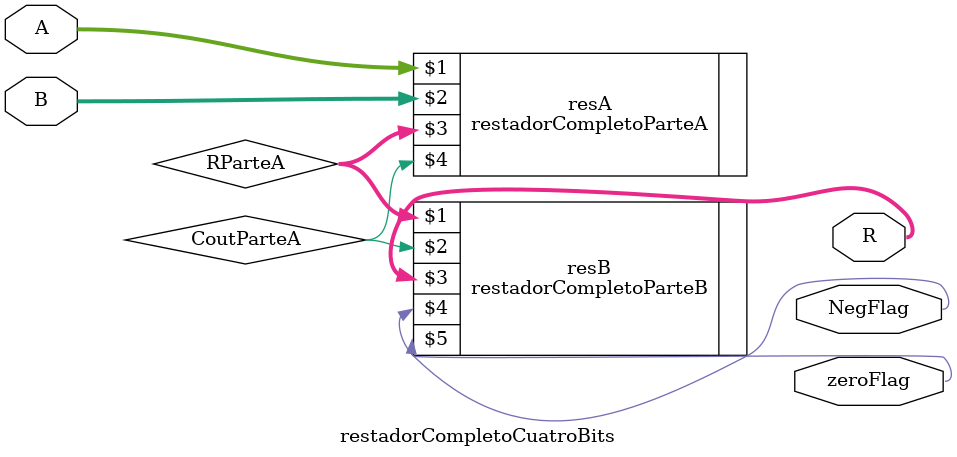
<source format=sv>
module restadorCompletoCuatroBits(input logic [3:0]A,B, 		  
											 output logic [3:0]R,
											 output logic 	  NegFlag,
											 output logic 	  zeroFlag);
	
	logic CoutParteA;
	logic [3:0]RParteA;
	
	restadorCompletoParteA resA(A,B,RParteA,CoutParteA);
	restadorCompletoParteB resB(RParteA,CoutParteA, R, NegFlag, zeroFlag);

endmodule
</source>
